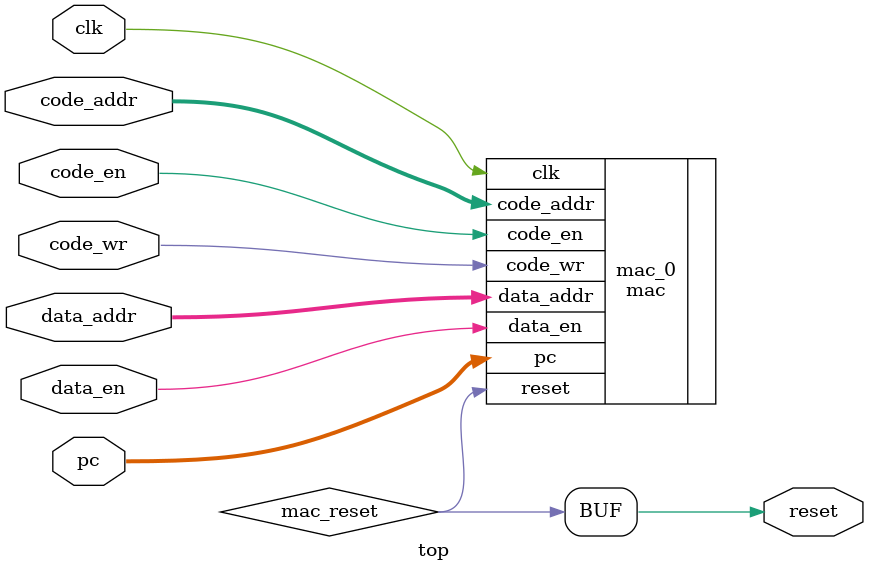
<source format=v>
`ifdef OMSP_NO_INCLUDE
`else
`include "openMSP430_defines.v"
`endif

module top #(
    // TEXT_SECTION
    parameter STXT_START  = 16'hA000,
    parameter STXT_STOP   = 16'hA400,
    //DATA SECTION
    parameter SDATA_START = 16'h0500,
    parameter SDATA_STOP  = 16'h0C00
) (
    input         clk,
    input  [15:0] pc,
    input         data_en,
    input         code_en,
    input         code_wr,
    input  [15:0] data_addr,
    input  [15:0] code_addr,
    output        reset
);



  wire mac_reset;
  mac #(
      .STXT_START (STXT_START),
      .STXT_STOP  (STXT_STOP),
      .SDATA_START(SDATA_START),
      .SDATA_STOP (SDATA_STOP)
  ) mac_0 (
      .clk      (clk),
      .pc       (pc),
      .data_addr(data_addr),
      .code_addr(code_addr),
      .data_en  (data_en),
      .code_en  (code_en),
      .code_wr  (code_wr),
      .reset    (mac_reset)
  );

  assign reset = mac_reset;



endmodule

</source>
